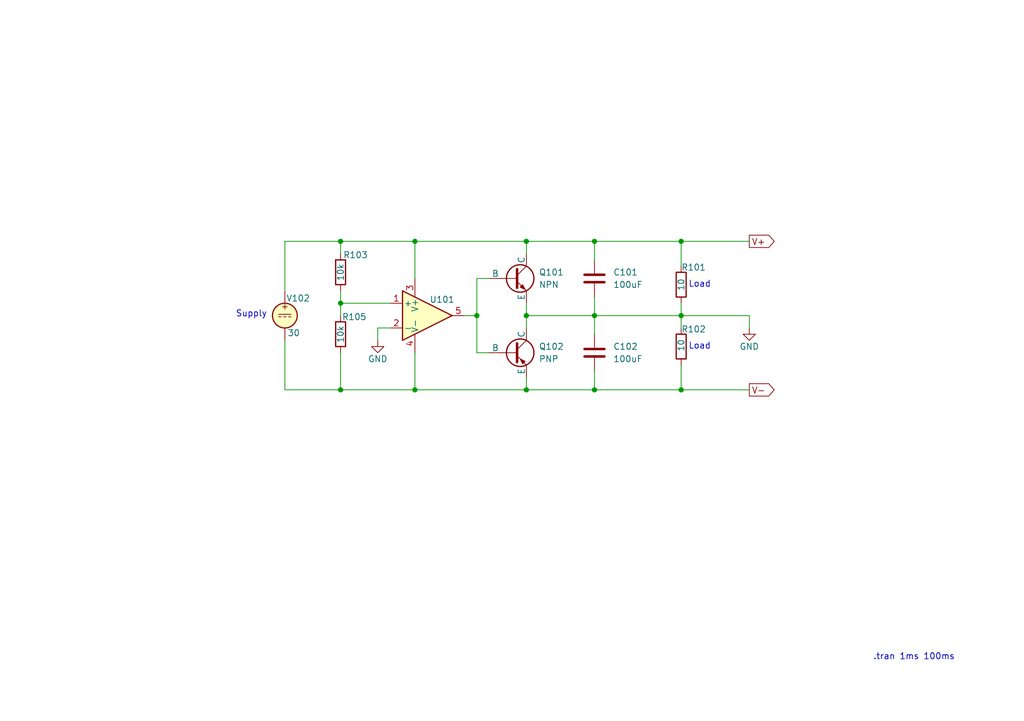
<source format=kicad_sch>
(kicad_sch (version 20250114) (generator "eeschema") (generator_version "9.0")
  (paper "A5")
  (title_block (title "Power supply - Simulation") (date "2025-08-26") (rev "1.0.alpha") (comment 1 "Copyright (c) 2025 by Filip Pynckels & Robin Pynckels"))
  (lib_symbols
    (symbol "Device:C" (pin_numbers (hide yes)) (pin_names (offset 0.254))
      (property "Reference" "C" (at 0.635 2.54 0))
      (property "Value" "C" (at 0.635 -2.54 0))
      (symbol "C_0_1"
        (polyline (pts (xy -2.032 0.762) (xy 2.032 0.762)) (stroke (width 0.508)))
        (polyline (pts (xy -2.032 -0.762) (xy 2.032 -0.762)) (stroke (width 0.508)))
      )
      (symbol "C_1_1"
        (pin passive line (at 0 3.81 270) (length 2.794) (name "~") (number "1"))
        (pin passive line (at 0 -3.81 90) (length 2.794) (name "~") (number "2"))
      )
    )
    (symbol "Device:R" (pin_numbers (hide yes)) (pin_names (offset 0))
      (property "Reference" "R" (at 2.032 0 90))
      (property "Value" "R" (at 0 0 90))
      (symbol "R_0_1"
        (rectangle (start -1.016 -2.54) (end 1.016 2.54) (stroke (width 0.254)))
      )
      (symbol "R_1_1"
        (pin passive line (at 0 3.81 270) (length 1.27) (name "~") (number "1"))
        (pin passive line (at 0 -3.81 90) (length 1.27) (name "~") (number "2"))
      )
    )
    (symbol "Simulation_SPICE:NPN" (pin_numbers (hide yes)) (pin_names (offset 0))
      (property "Reference" "Q" (at -2.54 7.62 0))
      (property "Value" "NPN" (at -2.54 5.08 0))
      (symbol "NPN_0_1"
        (polyline (pts (xy -2.54 0) (xy 0.635 0)) (stroke (width 0.1524)))
        (polyline (pts (xy 0.635 1.905) (xy 0.635 -1.905) (xy 0.635 -1.905)) (stroke (width 0.508)))
        (polyline (pts (xy 0.635 0.635) (xy 2.54 2.54)))
        (polyline (pts (xy 0.635 -0.635) (xy 2.54 -2.54) (xy 2.54 -2.54)))
        (circle (center 1.27 0) (radius 2.8194) (stroke (width 0.254)))
        (polyline (pts (xy 1.27 -1.778) (xy 1.778 -1.27) (xy 2.286 -2.286) (xy 1.27 -1.778) (xy 1.27 -1.778)) (fill (type outline)))
        (polyline (pts (xy 2.794 -1.27) (xy 2.794 -1.27)) (stroke (width 0.1524)))
        (polyline (pts (xy 2.794 -1.27) (xy 2.794 -1.27)) (stroke (width 0.1524)))
      )
      (symbol "NPN_1_1"
        (pin input line (at -5.08 0 0) (length 2.54) (name "B") (number "2"))
        (pin open_collector line (at 2.54 5.08 270) (length 2.54) (name "C") (number "1"))
        (pin open_emitter line (at 2.54 -5.08 90) (length 2.54) (name "E") (number "3"))
      )
    )
    (symbol "Simulation_SPICE:OPAMP" (pin_names (offset 0.254))
      (property "Reference" "U" (at 3.81 3.175 0))
      (property "Value" "${SIM.PARAMS}" (at 3.81 -3.175 0))
      (symbol "OPAMP_0_1"
        (polyline (pts (xy 5.08 0) (xy -5.08 5.08) (xy -5.08 -5.08) (xy 5.08 0)) (stroke (width 0.254)) (fill (type background)))
      )
      (symbol "OPAMP_1_1"
        (pin input line (at -7.62 2.54 0) (length 2.54) (name "+") (number "1"))
        (pin input line (at -7.62 -2.54 0) (length 2.54) (name "-") (number "2"))
        (pin power_in line (at -2.54 7.62 270) (length 3.81) (name "V+") (number "3"))
        (pin power_in line (at -2.54 -7.62 90) (length 3.81) (name "V-") (number "4"))
        (pin output line (at 7.62 0 180) (length 2.54) (name "~") (number "5"))
      )
    )
    (symbol "Simulation_SPICE:PNP" (pin_numbers (hide yes)) (pin_names (offset 0))
      (property "Reference" "Q" (at -2.54 7.62 0))
      (property "Value" "PNP" (at -2.54 5.08 0))
      (symbol "PNP_0_1"
        (polyline (pts (xy -2.54 0) (xy 0.635 0)) (stroke (width 0.1524)))
        (polyline (pts (xy 0.635 1.905) (xy 0.635 -1.905) (xy 0.635 -1.905)) (stroke (width 0.508)))
        (polyline (pts (xy 0.635 0.635) (xy 2.54 2.54)))
        (polyline (pts (xy 0.635 -0.635) (xy 2.54 -2.54) (xy 2.54 -2.54)))
        (circle (center 1.27 0) (radius 2.8194) (stroke (width 0.254)))
        (polyline (pts (xy 2.286 -1.778) (xy 1.778 -2.286) (xy 1.27 -1.27) (xy 2.286 -1.778) (xy 2.286 -1.778)) (fill (type outline)))
      )
      (symbol "PNP_1_1"
        (pin input line (at -5.08 0 0) (length 2.54) (name "B") (number "2"))
        (pin open_collector line (at 2.54 5.08 270) (length 2.54) (name "C") (number "1"))
        (pin open_emitter line (at 2.54 -5.08 90) (length 2.54) (name "E") (number "3"))
      )
    )
    (symbol "Simulation_SPICE:VDC" (pin_numbers (hide yes)) (pin_names (offset 0.0254))
      (property "Reference" "V" (at 2.54 2.54 0))
      (property "Value" "1" (at 2.54 0 0))
      (symbol "VDC_0_0"
        (polyline (pts (xy -1.27 0.254) (xy 1.27 0.254)))
        (polyline (pts (xy -0.762 -0.254) (xy -1.27 -0.254)))
        (polyline (pts (xy 0.254 -0.254) (xy -0.254 -0.254)))
        (polyline (pts (xy 1.27 -0.254) (xy 0.762 -0.254)))
        (text "+" (at 0 1.905 0) (effects (font (size 1.27 1.27))))
      )
      (symbol "VDC_0_1"
        (circle (center 0 0) (radius 2.54) (stroke (width 0.254)) (fill (type background)))
      )
      (symbol "VDC_1_1"
        (pin passive line (at 0 5.08 270) (length 2.54) (name "~") (number "1"))
        (pin passive line (at 0 -5.08 90) (length 2.54) (name "~") (number "2"))
      )
    )
    (symbol "power:GND" (power) (pin_numbers (hide yes)) (pin_names (offset 0) (hide yes))
      (property "Value" "GND" (at 0 -3.81 0))
      (symbol "GND_0_1"
        (polyline (pts (xy 0 0) (xy 0 -1.27) (xy 1.27 -1.27) (xy 0 -2.54) (xy -1.27 -1.27) (xy 0 -1.27)))
      )
      (symbol "GND_1_1"
        (pin power_in line (at 0 0 270) (length 0) (name "~") (number "1"))
      )
    )
  )
  (text "Load" (at 143.51 58.42 0) (effects (font (size 1.27 1.27))))
  (text "Load" (at 143.51 71.12 0) (effects (font (size 1.27 1.27))))
  (text "Supply" (at 51.562 64.516 0) (effects (font (size 1.27 1.27))))
  (text ".tran 1ms 100ms" (at 187.452 134.874 0) (effects (font (size 1.27 1.27))))
  (junction (at 121.92 64.77))
  (junction (at 85.09 49.53))
  (junction (at 69.85 49.53))
  (junction (at 85.09 80.01))
  (junction (at 139.7 80.01))
  (junction (at 69.85 62.23))
  (junction (at 139.7 49.53))
  (junction (at 107.95 64.77))
  (junction (at 121.92 49.53))
  (junction (at 121.92 80.01))
  (junction (at 107.95 80.01))
  (junction (at 139.7 64.77))
  (junction (at 69.85 80.01))
  (junction (at 97.79 64.77))
  (junction (at 107.95 49.53))
  (wire (pts (xy 121.92 64.77) (xy 121.92 68.58)))
  (wire (pts (xy 69.85 80.01) (xy 85.09 80.01)))
  (wire (pts (xy 58.42 59.69) (xy 58.42 49.53)))
  (wire (pts (xy 69.85 59.69) (xy 69.85 62.23)))
  (wire (pts (xy 153.67 67.31) (xy 153.67 64.77)))
  (wire (pts (xy 121.92 53.34) (xy 121.92 49.53)))
  (wire (pts (xy 77.47 69.85) (xy 77.47 67.31)))
  (wire (pts (xy 107.95 64.77) (xy 107.95 67.31)))
  (wire (pts (xy 85.09 80.01) (xy 107.95 80.01)))
  (wire (pts (xy 121.92 64.77) (xy 139.7 64.77)))
  (wire (pts (xy 69.85 49.53) (xy 69.85 52.07)))
  (wire (pts (xy 139.7 64.77) (xy 139.7 67.31)))
  (wire (pts (xy 97.79 72.39) (xy 97.79 64.77)))
  (wire (pts (xy 139.7 80.01) (xy 153.67 80.01)))
  (wire (pts (xy 107.95 80.01) (xy 107.95 77.47)))
  (wire (pts (xy 107.95 62.23) (xy 107.95 64.77)))
  (wire (pts (xy 100.33 72.39) (xy 97.79 72.39)))
  (wire (pts (xy 121.92 76.2) (xy 121.92 80.01)))
  (wire (pts (xy 58.42 80.01) (xy 69.85 80.01)))
  (wire (pts (xy 69.85 62.23) (xy 80.01 62.23)))
  (wire (pts (xy 58.42 49.53) (xy 69.85 49.53)))
  (wire (pts (xy 121.92 80.01) (xy 139.7 80.01)))
  (wire (pts (xy 139.7 49.53) (xy 153.67 49.53)))
  (wire (pts (xy 107.95 49.53) (xy 107.95 52.07)))
  (wire (pts (xy 121.92 80.01) (xy 107.95 80.01)))
  (wire (pts (xy 69.85 49.53) (xy 85.09 49.53)))
  (wire (pts (xy 139.7 74.93) (xy 139.7 80.01)))
  (wire (pts (xy 85.09 49.53) (xy 107.95 49.53)))
  (wire (pts (xy 95.25 64.77) (xy 97.79 64.77)))
  (wire (pts (xy 139.7 49.53) (xy 139.7 54.61)))
  (wire (pts (xy 121.92 49.53) (xy 139.7 49.53)))
  (wire (pts (xy 69.85 62.23) (xy 69.85 64.77)))
  (wire (pts (xy 97.79 57.15) (xy 100.33 57.15)))
  (wire (pts (xy 139.7 62.23) (xy 139.7 64.77)))
  (wire (pts (xy 77.47 67.31) (xy 80.01 67.31)))
  (wire (pts (xy 85.09 57.15) (xy 85.09 49.53)))
  (wire (pts (xy 107.95 64.77) (xy 121.92 64.77)))
  (wire (pts (xy 85.09 72.39) (xy 85.09 80.01)))
  (wire (pts (xy 69.85 72.39) (xy 69.85 80.01)))
  (wire (pts (xy 97.79 64.77) (xy 97.79 57.15)))
  (wire (pts (xy 121.92 49.53) (xy 107.95 49.53)))
  (wire (pts (xy 121.92 60.96) (xy 121.92 64.77)))
  (wire (pts (xy 153.67 64.77) (xy 139.7 64.77)))
  (wire (pts (xy 58.42 69.85) (xy 58.42 80.01)))
  (global_label "V-" (shape output) (at 153.67 80.01 0) (property "Intersheetrefs" "${INTERSHEET_REFS}" (effects (hide yes))))
  (global_label "V+" (shape output) (at 153.67 49.53 0) (property "Intersheetrefs" "${INTERSHEET_REFS}" (effects (hide yes))))
  (symbol (lib_id "Simulation_SPICE:NPN") (at 105.41 57.15 0) (unit 1)
    (property "Reference" "Q101" (at 110.49 55.8799 0) (effects (justify left)))
    (property "Value" "NPN" (at 110.49 58.4199 0) (effects (justify left)))
    (property "Datasheet" "https://ngspice.sourceforge.io/docs/ngspice-html-manual/manual.xhtml#cha_BJTs" (effects (hide yes)))
    (property "Description" "Bipolar transistor symbol for simulation only, substrate tied to the emitter" (effects (hide yes)))
    (property "Sim.Device" "NPN" (effects (hide yes)))
    (property "Sim.Type" "GUMMELPOON" (effects (hide yes)))
    (property "Sim.Pins" "1=C 2=B 3=E" (effects (hide yes)))
  )
  (symbol (lib_id "Device:C") (at 121.92 72.39 0) (unit 1)
    (property "Reference" "C102" (at 125.73 71.1199 0) (effects (justify left)))
    (property "Value" "100uF" (at 125.73 73.6599 0) (effects (justify left)))
    (property "Description" "Unpolarized capacitor" (effects (hide yes)))
  )
  (symbol (lib_id "Device:R") (at 69.85 55.88 0) (unit 1)
    (property "Reference" "R103" (at 70.358 52.324 0) (effects (justify left)))
    (property "Value" "10k" (at 69.85 55.88 90))
    (property "Description" "Resistor" (effects (hide yes)))
  )
  (symbol (lib_id "Device:R") (at 139.7 58.42 0) (unit 1)
    (property "Reference" "R101" (at 139.7 54.864 0) (effects (justify left)))
    (property "Value" "10" (at 139.7 58.42 90))
    (property "Description" "Resistor" (effects (hide yes)))
  )
  (symbol (lib_id "Device:C") (at 121.92 57.15 0) (unit 1)
    (property "Reference" "C101" (at 125.73 55.8799 0) (effects (justify left)))
    (property "Value" "100uF" (at 125.73 58.4199 0) (effects (justify left)))
    (property "Description" "Unpolarized capacitor" (effects (hide yes)))
  )
  (symbol (lib_id "Simulation_SPICE:PNP") (at 105.41 72.39 0) (unit 1)
    (property "Reference" "Q102" (at 110.49 71.1199 0) (effects (justify left)))
    (property "Value" "PNP" (at 110.49 73.6599 0) (effects (justify left)))
    (property "Datasheet" "https://ngspice.sourceforge.io/docs/ngspice-html-manual/manual.xhtml#cha_BJTs" (effects (hide yes)))
    (property "Description" "Bipolar transistor symbol for simulation only, substrate tied to the emitter" (effects (hide yes)))
    (property "Sim.Device" "PNP" (effects (hide yes)))
    (property "Sim.Type" "GUMMELPOON" (effects (hide yes)))
    (property "Sim.Pins" "1=C 2=B 3=E" (effects (hide yes)))
  )
  (symbol (lib_id "Device:R") (at 69.85 68.58 0) (unit 1)
    (property "Reference" "R105" (at 70.104 65.024 0) (effects (justify left)))
    (property "Value" "10k" (at 69.85 68.58 90))
    (property "Description" "Resistor" (effects (hide yes)))
  )
  (symbol (lib_id "power:GND") (at 153.67 67.31 0) (unit 1)
    (property "Reference" "#PWR0101" (effects (hide yes)))
    (property "Value" "GND" (at 153.67 71.12 0))
    (property "Description" "Power symbol creates a global label with name \"GND\" , ground" (effects (hide yes)))
  )
  (symbol (lib_id "Device:R") (at 139.7 71.12 0) (unit 1)
    (property "Reference" "R102" (at 139.7 67.564 0) (effects (justify left)))
    (property "Value" "10" (at 139.7 70.866 90))
    (property "Description" "Resistor" (effects (hide yes)))
  )
  (symbol (lib_id "power:GND") (at 77.47 69.85 0) (unit 1)
    (property "Reference" "#PWR0102" (effects (hide yes)))
    (property "Value" "GND" (at 77.47 73.66 0))
    (property "Description" "Power symbol creates a global label with name \"GND\" , ground" (effects (hide yes)))
  )
  (symbol (lib_id "Simulation_SPICE:OPAMP") (at 87.63 64.77 0) (unit 1)
    (property "Reference" "U101" (at 90.678 61.468 0))
    (property "Value" "${SIM.PARAMS}" (at 96.52 61.5249 0))
    (property "Datasheet" "https://ngspice.sourceforge.io/docs/ngspice-html-manual/manual.xhtml#sec__SUBCKT_Subcircuits" (effects (hide yes)))
    (property "Description" "Operational amplifier, single" (effects (hide yes)))
    (property "Sim.Pins" "1=in+ 2=in- 3=vcc 4=vee 5=out" (effects (hide yes)))
    (property "Sim.Device" "SUBCKT" (effects (hide yes)))
    (property "Sim.Library" "${KICAD9_SYMBOL_DIR}/Simulation_SPICE.sp" (effects (hide yes)))
    (property "Sim.Name" "kicad_builtin_opamp" (effects (hide yes)))
  )
  (symbol (lib_id "Simulation_SPICE:VDC") (at 58.42 64.77 0) (unit 1)
    (property "Reference" "V102" (at 58.674 61.214 0) (effects (justify left)))
    (property "Value" "30" (at 58.928 68.326 0) (effects (justify left)))
    (property "Datasheet" "https://ngspice.sourceforge.io/docs/ngspice-html-manual/manual.xhtml#sec_Independent_Sources_for" (effects (hide yes)))
    (property "Description" "Voltage source, DC" (effects (hide yes)))
    (property "Sim.Pins" "1=+ 2=-" (effects (hide yes)))
    (property "Sim.Type" "DC" (effects (hide yes)))
    (property "Sim.Device" "V" (effects (hide yes)))
  )
)
</source>
